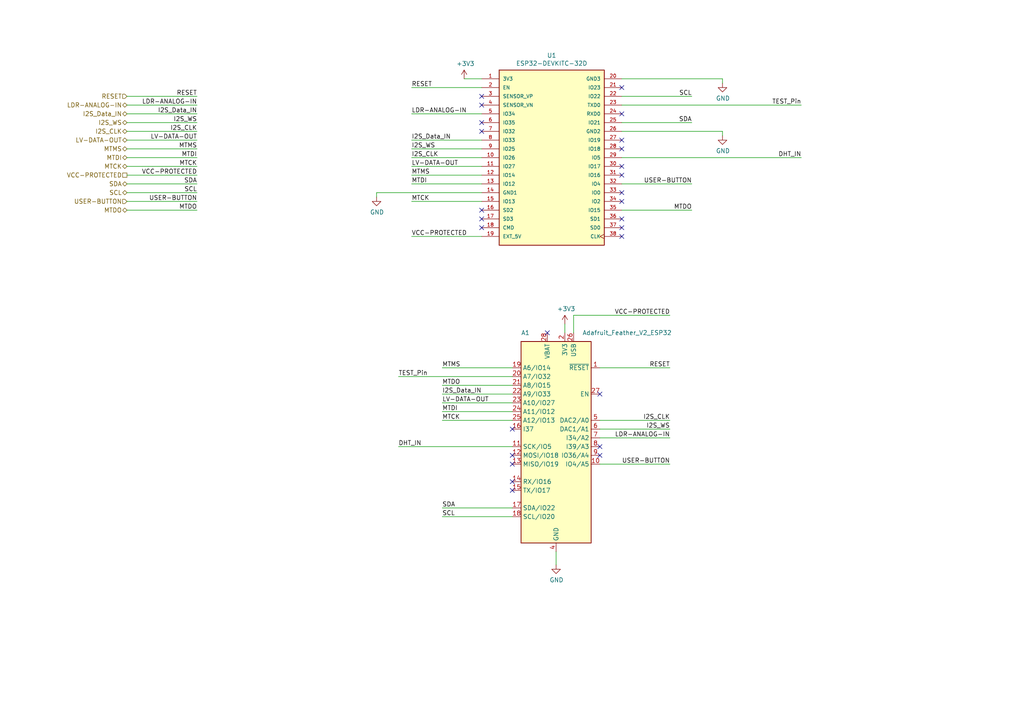
<source format=kicad_sch>
(kicad_sch (version 20211123) (generator eeschema)

  (uuid 92fc86c1-c938-4da6-b453-50182489c2ae)

  (paper "A4")

  (title_block
    (title "Pixelix")
    (date "2022-09-14")
    (rev "2.0")
    (comment 1 "Schneider, Niklas")
  )

  (lib_symbols
    (symbol "ESP32-DEVKITC-32D_new:ESP32-DEVKITC-32D" (pin_names (offset 1.016)) (in_bom yes) (on_board yes)
      (property "Reference" "U" (id 0) (at -15.2654 26.0604 0)
        (effects (font (size 1.27 1.27)) (justify left bottom))
      )
      (property "Value" "ESP32-DEVKITC-32D" (id 1) (at -15.2654 -27.9654 0)
        (effects (font (size 1.27 1.27)) (justify left bottom))
      )
      (property "Footprint" "MODULE_ESP32-DEVKITC-32D" (id 2) (at 0 0 0)
        (effects (font (size 1.27 1.27)) (justify left bottom) hide)
      )
      (property "Datasheet" "" (id 3) (at 0 0 0)
        (effects (font (size 1.27 1.27)) (justify left bottom) hide)
      )
      (property "MANUFACTURER" "Espressif Systems" (id 4) (at 0 0 0)
        (effects (font (size 1.27 1.27)) (justify left bottom) hide)
      )
      (property "PARTREV" "4" (id 5) (at 0 0 0)
        (effects (font (size 1.27 1.27)) (justify left bottom) hide)
      )
      (property "ki_locked" "" (id 6) (at 0 0 0)
        (effects (font (size 1.27 1.27)))
      )
      (symbol "ESP32-DEVKITC-32D_0_0"
        (rectangle (start -15.24 -25.4) (end 15.24 25.4)
          (stroke (width 0.254) (type default) (color 0 0 0 0))
          (fill (type background))
        )
        (pin power_in line (at -20.32 22.86 0) (length 5.08)
          (name "3V3" (effects (font (size 1.016 1.016))))
          (number "1" (effects (font (size 1.016 1.016))))
        )
        (pin bidirectional line (at -20.32 0 0) (length 5.08)
          (name "IO26" (effects (font (size 1.016 1.016))))
          (number "10" (effects (font (size 1.016 1.016))))
        )
        (pin bidirectional line (at -20.32 -2.54 0) (length 5.08)
          (name "IO27" (effects (font (size 1.016 1.016))))
          (number "11" (effects (font (size 1.016 1.016))))
        )
        (pin bidirectional line (at -20.32 -5.08 0) (length 5.08)
          (name "IO14" (effects (font (size 1.016 1.016))))
          (number "12" (effects (font (size 1.016 1.016))))
        )
        (pin bidirectional line (at -20.32 -7.62 0) (length 5.08)
          (name "IO12" (effects (font (size 1.016 1.016))))
          (number "13" (effects (font (size 1.016 1.016))))
        )
        (pin power_in line (at -20.32 -10.16 0) (length 5.08)
          (name "GND1" (effects (font (size 1.016 1.016))))
          (number "14" (effects (font (size 1.016 1.016))))
        )
        (pin bidirectional line (at -20.32 -12.7 0) (length 5.08)
          (name "IO13" (effects (font (size 1.016 1.016))))
          (number "15" (effects (font (size 1.016 1.016))))
        )
        (pin bidirectional line (at -20.32 -15.24 0) (length 5.08)
          (name "SD2" (effects (font (size 1.016 1.016))))
          (number "16" (effects (font (size 1.016 1.016))))
        )
        (pin bidirectional line (at -20.32 -17.78 0) (length 5.08)
          (name "SD3" (effects (font (size 1.016 1.016))))
          (number "17" (effects (font (size 1.016 1.016))))
        )
        (pin bidirectional line (at -20.32 -20.32 0) (length 5.08)
          (name "CMD" (effects (font (size 1.016 1.016))))
          (number "18" (effects (font (size 1.016 1.016))))
        )
        (pin power_in line (at -20.32 -22.86 0) (length 5.08)
          (name "EXT_5V" (effects (font (size 1.016 1.016))))
          (number "19" (effects (font (size 1.016 1.016))))
        )
        (pin input line (at -20.32 20.32 0) (length 5.08)
          (name "EN" (effects (font (size 1.016 1.016))))
          (number "2" (effects (font (size 1.016 1.016))))
        )
        (pin power_in line (at 20.32 22.86 180) (length 5.08)
          (name "GND3" (effects (font (size 1.016 1.016))))
          (number "20" (effects (font (size 1.016 1.016))))
        )
        (pin bidirectional line (at 20.32 20.32 180) (length 5.08)
          (name "IO23" (effects (font (size 1.016 1.016))))
          (number "21" (effects (font (size 1.016 1.016))))
        )
        (pin bidirectional line (at 20.32 17.78 180) (length 5.08)
          (name "IO22" (effects (font (size 1.016 1.016))))
          (number "22" (effects (font (size 1.016 1.016))))
        )
        (pin output line (at 20.32 15.24 180) (length 5.08)
          (name "TXD0" (effects (font (size 1.016 1.016))))
          (number "23" (effects (font (size 1.016 1.016))))
        )
        (pin input line (at 20.32 12.7 180) (length 5.08)
          (name "RXD0" (effects (font (size 1.016 1.016))))
          (number "24" (effects (font (size 1.016 1.016))))
        )
        (pin bidirectional line (at 20.32 10.16 180) (length 5.08)
          (name "IO21" (effects (font (size 1.016 1.016))))
          (number "25" (effects (font (size 1.016 1.016))))
        )
        (pin power_in line (at 20.32 7.62 180) (length 5.08)
          (name "GND2" (effects (font (size 1.016 1.016))))
          (number "26" (effects (font (size 1.016 1.016))))
        )
        (pin bidirectional line (at 20.32 5.08 180) (length 5.08)
          (name "IO19" (effects (font (size 1.016 1.016))))
          (number "27" (effects (font (size 1.016 1.016))))
        )
        (pin bidirectional line (at 20.32 2.54 180) (length 5.08)
          (name "IO18" (effects (font (size 1.016 1.016))))
          (number "28" (effects (font (size 1.016 1.016))))
        )
        (pin bidirectional line (at 20.32 0 180) (length 5.08)
          (name "IO5" (effects (font (size 1.016 1.016))))
          (number "29" (effects (font (size 1.016 1.016))))
        )
        (pin input line (at -20.32 17.78 0) (length 5.08)
          (name "SENSOR_VP" (effects (font (size 1.016 1.016))))
          (number "3" (effects (font (size 1.016 1.016))))
        )
        (pin bidirectional line (at 20.32 -2.54 180) (length 5.08)
          (name "IO17" (effects (font (size 1.016 1.016))))
          (number "30" (effects (font (size 1.016 1.016))))
        )
        (pin bidirectional line (at 20.32 -5.08 180) (length 5.08)
          (name "IO16" (effects (font (size 1.016 1.016))))
          (number "31" (effects (font (size 1.016 1.016))))
        )
        (pin bidirectional line (at 20.32 -7.62 180) (length 5.08)
          (name "IO4" (effects (font (size 1.016 1.016))))
          (number "32" (effects (font (size 1.016 1.016))))
        )
        (pin bidirectional line (at 20.32 -10.16 180) (length 5.08)
          (name "IO0" (effects (font (size 1.016 1.016))))
          (number "33" (effects (font (size 1.016 1.016))))
        )
        (pin bidirectional line (at 20.32 -12.7 180) (length 5.08)
          (name "IO2" (effects (font (size 1.016 1.016))))
          (number "34" (effects (font (size 1.016 1.016))))
        )
        (pin bidirectional line (at 20.32 -15.24 180) (length 5.08)
          (name "IO15" (effects (font (size 1.016 1.016))))
          (number "35" (effects (font (size 1.016 1.016))))
        )
        (pin bidirectional line (at 20.32 -17.78 180) (length 5.08)
          (name "SD1" (effects (font (size 1.016 1.016))))
          (number "36" (effects (font (size 1.016 1.016))))
        )
        (pin bidirectional line (at 20.32 -20.32 180) (length 5.08)
          (name "SD0" (effects (font (size 1.016 1.016))))
          (number "37" (effects (font (size 1.016 1.016))))
        )
        (pin input clock (at 20.32 -22.86 180) (length 5.08)
          (name "CLK" (effects (font (size 1.016 1.016))))
          (number "38" (effects (font (size 1.016 1.016))))
        )
        (pin input line (at -20.32 15.24 0) (length 5.08)
          (name "SENSOR_VN" (effects (font (size 1.016 1.016))))
          (number "4" (effects (font (size 1.016 1.016))))
        )
        (pin bidirectional line (at -20.32 12.7 0) (length 5.08)
          (name "IO34" (effects (font (size 1.016 1.016))))
          (number "5" (effects (font (size 1.016 1.016))))
        )
        (pin bidirectional line (at -20.32 10.16 0) (length 5.08)
          (name "IO35" (effects (font (size 1.016 1.016))))
          (number "6" (effects (font (size 1.016 1.016))))
        )
        (pin bidirectional line (at -20.32 7.62 0) (length 5.08)
          (name "IO32" (effects (font (size 1.016 1.016))))
          (number "7" (effects (font (size 1.016 1.016))))
        )
        (pin bidirectional line (at -20.32 5.08 0) (length 5.08)
          (name "IO33" (effects (font (size 1.016 1.016))))
          (number "8" (effects (font (size 1.016 1.016))))
        )
        (pin bidirectional line (at -20.32 2.54 0) (length 5.08)
          (name "IO25" (effects (font (size 1.016 1.016))))
          (number "9" (effects (font (size 1.016 1.016))))
        )
      )
    )
    (symbol "MCU_Module_Project:Adafruit_Feather_V2_ESP32" (in_bom yes) (on_board yes)
      (property "Reference" "A" (id 0) (at -10.16 29.21 0)
        (effects (font (size 1.27 1.27)) (justify left))
      )
      (property "Value" "Adafruit_Feather_V2_ESP32" (id 1) (at 7.62 29.21 0)
        (effects (font (size 1.27 1.27)) (justify left))
      )
      (property "Footprint" "Module:Adafruit_Feather" (id 2) (at 2.54 -34.29 0)
        (effects (font (size 1.27 1.27)) (justify left) hide)
      )
      (property "Datasheet" "https://cdn-learn.adafruit.com/downloads/pdf/adafruit-esp32-feather-v2.pdf" (id 3) (at 0 -30.48 0)
        (effects (font (size 1.27 1.27)) hide)
      )
      (property "ki_keywords" "Adafruit feather microcontroller module USB" (id 4) (at 0 0 0)
        (effects (font (size 1.27 1.27)) hide)
      )
      (property "ki_description" "Microcontroller module with ESP32 MCU" (id 5) (at 0 0 0)
        (effects (font (size 1.27 1.27)) hide)
      )
      (property "ki_fp_filters" "Adafruit*Feather*" (id 6) (at 0 0 0)
        (effects (font (size 1.27 1.27)) hide)
      )
      (symbol "Adafruit_Feather_V2_ESP32_0_1"
        (rectangle (start -10.16 27.94) (end 10.16 -30.48)
          (stroke (width 0.254) (type default) (color 0 0 0 0))
          (fill (type background))
        )
      )
      (symbol "Adafruit_Feather_V2_ESP32_1_1"
        (pin input line (at 12.7 20.32 180) (length 2.54)
          (name "~{RESET}" (effects (font (size 1.27 1.27))))
          (number "1" (effects (font (size 1.27 1.27))))
        )
        (pin bidirectional line (at 12.7 -7.62 180) (length 2.54)
          (name "IO4/A5" (effects (font (size 1.27 1.27))))
          (number "10" (effects (font (size 1.27 1.27))))
        )
        (pin bidirectional line (at -12.7 -2.54 0) (length 2.54)
          (name "SCK/IO5" (effects (font (size 1.27 1.27))))
          (number "11" (effects (font (size 1.27 1.27))))
        )
        (pin bidirectional line (at -12.7 -5.08 0) (length 2.54)
          (name "MOSI/IO18" (effects (font (size 1.27 1.27))))
          (number "12" (effects (font (size 1.27 1.27))))
        )
        (pin bidirectional line (at -12.7 -7.62 0) (length 2.54)
          (name "MISO/IO19" (effects (font (size 1.27 1.27))))
          (number "13" (effects (font (size 1.27 1.27))))
        )
        (pin bidirectional line (at -12.7 -12.7 0) (length 2.54)
          (name "RX/IO16" (effects (font (size 1.27 1.27))))
          (number "14" (effects (font (size 1.27 1.27))))
        )
        (pin bidirectional line (at -12.7 -15.24 0) (length 2.54)
          (name "TX/IO17" (effects (font (size 1.27 1.27))))
          (number "15" (effects (font (size 1.27 1.27))))
        )
        (pin bidirectional line (at -12.7 2.54 0) (length 2.54)
          (name "I37" (effects (font (size 1.27 1.27))))
          (number "16" (effects (font (size 1.27 1.27))))
        )
        (pin bidirectional line (at -12.7 -20.32 0) (length 2.54)
          (name "SDA/IO22" (effects (font (size 1.27 1.27))))
          (number "17" (effects (font (size 1.27 1.27))))
        )
        (pin bidirectional line (at -12.7 -22.86 0) (length 2.54)
          (name "SCL/IO20" (effects (font (size 1.27 1.27))))
          (number "18" (effects (font (size 1.27 1.27))))
        )
        (pin bidirectional line (at -12.7 20.32 0) (length 2.54)
          (name "A6/IO14" (effects (font (size 1.27 1.27))))
          (number "19" (effects (font (size 1.27 1.27))))
        )
        (pin power_in line (at 2.54 30.48 270) (length 2.54)
          (name "3V3" (effects (font (size 1.27 1.27))))
          (number "2" (effects (font (size 1.27 1.27))))
        )
        (pin bidirectional line (at -12.7 17.78 0) (length 2.54)
          (name "A7/IO32" (effects (font (size 1.27 1.27))))
          (number "20" (effects (font (size 1.27 1.27))))
        )
        (pin bidirectional line (at -12.7 15.24 0) (length 2.54)
          (name "A8/IO15" (effects (font (size 1.27 1.27))))
          (number "21" (effects (font (size 1.27 1.27))))
        )
        (pin bidirectional line (at -12.7 12.7 0) (length 2.54)
          (name "A9/IO33" (effects (font (size 1.27 1.27))))
          (number "22" (effects (font (size 1.27 1.27))))
        )
        (pin bidirectional line (at -12.7 10.16 0) (length 2.54)
          (name "A10/IO27" (effects (font (size 1.27 1.27))))
          (number "23" (effects (font (size 1.27 1.27))))
        )
        (pin bidirectional line (at -12.7 7.62 0) (length 2.54)
          (name "A11/IO12" (effects (font (size 1.27 1.27))))
          (number "24" (effects (font (size 1.27 1.27))))
        )
        (pin bidirectional line (at -12.7 5.08 0) (length 2.54)
          (name "A12/IO13" (effects (font (size 1.27 1.27))))
          (number "25" (effects (font (size 1.27 1.27))))
        )
        (pin power_in line (at 5.08 30.48 270) (length 2.54)
          (name "USB" (effects (font (size 1.27 1.27))))
          (number "26" (effects (font (size 1.27 1.27))))
        )
        (pin input line (at 12.7 12.7 180) (length 2.54)
          (name "EN" (effects (font (size 1.27 1.27))))
          (number "27" (effects (font (size 1.27 1.27))))
        )
        (pin power_in line (at -2.54 30.48 270) (length 2.54)
          (name "VBAT" (effects (font (size 1.27 1.27))))
          (number "28" (effects (font (size 1.27 1.27))))
        )
        (pin no_connect line (at 10.16 10.16 180) (length 2.54) hide
          (name "NC" (effects (font (size 1.27 1.27))))
          (number "3" (effects (font (size 1.27 1.27))))
        )
        (pin power_in line (at 0 -33.02 90) (length 2.54)
          (name "GND" (effects (font (size 1.27 1.27))))
          (number "4" (effects (font (size 1.27 1.27))))
        )
        (pin bidirectional line (at 12.7 5.08 180) (length 2.54)
          (name "DAC2/A0" (effects (font (size 1.27 1.27))))
          (number "5" (effects (font (size 1.27 1.27))))
        )
        (pin bidirectional line (at 12.7 2.54 180) (length 2.54)
          (name "DAC1/A1" (effects (font (size 1.27 1.27))))
          (number "6" (effects (font (size 1.27 1.27))))
        )
        (pin bidirectional line (at 12.7 0 180) (length 2.54)
          (name "I34/A2" (effects (font (size 1.27 1.27))))
          (number "7" (effects (font (size 1.27 1.27))))
        )
        (pin bidirectional line (at 12.7 -2.54 180) (length 2.54)
          (name "I39/A3" (effects (font (size 1.27 1.27))))
          (number "8" (effects (font (size 1.27 1.27))))
        )
        (pin bidirectional line (at 12.7 -5.08 180) (length 2.54)
          (name "IO36/A4" (effects (font (size 1.27 1.27))))
          (number "9" (effects (font (size 1.27 1.27))))
        )
      )
    )
    (symbol "power:+3V3" (power) (pin_names (offset 0)) (in_bom yes) (on_board yes)
      (property "Reference" "#PWR" (id 0) (at 0 -3.81 0)
        (effects (font (size 1.27 1.27)) hide)
      )
      (property "Value" "+3V3" (id 1) (at 0 3.556 0)
        (effects (font (size 1.27 1.27)))
      )
      (property "Footprint" "" (id 2) (at 0 0 0)
        (effects (font (size 1.27 1.27)) hide)
      )
      (property "Datasheet" "" (id 3) (at 0 0 0)
        (effects (font (size 1.27 1.27)) hide)
      )
      (property "ki_keywords" "power-flag" (id 4) (at 0 0 0)
        (effects (font (size 1.27 1.27)) hide)
      )
      (property "ki_description" "Power symbol creates a global label with name \"+3V3\"" (id 5) (at 0 0 0)
        (effects (font (size 1.27 1.27)) hide)
      )
      (symbol "+3V3_0_1"
        (polyline
          (pts
            (xy -0.762 1.27)
            (xy 0 2.54)
          )
          (stroke (width 0) (type default) (color 0 0 0 0))
          (fill (type none))
        )
        (polyline
          (pts
            (xy 0 0)
            (xy 0 2.54)
          )
          (stroke (width 0) (type default) (color 0 0 0 0))
          (fill (type none))
        )
        (polyline
          (pts
            (xy 0 2.54)
            (xy 0.762 1.27)
          )
          (stroke (width 0) (type default) (color 0 0 0 0))
          (fill (type none))
        )
      )
      (symbol "+3V3_1_1"
        (pin power_in line (at 0 0 90) (length 0) hide
          (name "+3V3" (effects (font (size 1.27 1.27))))
          (number "1" (effects (font (size 1.27 1.27))))
        )
      )
    )
    (symbol "power:GND" (power) (pin_names (offset 0)) (in_bom yes) (on_board yes)
      (property "Reference" "#PWR" (id 0) (at 0 -6.35 0)
        (effects (font (size 1.27 1.27)) hide)
      )
      (property "Value" "GND" (id 1) (at 0 -3.81 0)
        (effects (font (size 1.27 1.27)))
      )
      (property "Footprint" "" (id 2) (at 0 0 0)
        (effects (font (size 1.27 1.27)) hide)
      )
      (property "Datasheet" "" (id 3) (at 0 0 0)
        (effects (font (size 1.27 1.27)) hide)
      )
      (property "ki_keywords" "power-flag" (id 4) (at 0 0 0)
        (effects (font (size 1.27 1.27)) hide)
      )
      (property "ki_description" "Power symbol creates a global label with name \"GND\" , ground" (id 5) (at 0 0 0)
        (effects (font (size 1.27 1.27)) hide)
      )
      (symbol "GND_0_1"
        (polyline
          (pts
            (xy 0 0)
            (xy 0 -1.27)
            (xy 1.27 -1.27)
            (xy 0 -2.54)
            (xy -1.27 -1.27)
            (xy 0 -1.27)
          )
          (stroke (width 0) (type default) (color 0 0 0 0))
          (fill (type none))
        )
      )
      (symbol "GND_1_1"
        (pin power_in line (at 0 0 270) (length 0) hide
          (name "GND" (effects (font (size 1.27 1.27))))
          (number "1" (effects (font (size 1.27 1.27))))
        )
      )
    )
  )


  (no_connect (at 180.34 33.02) (uuid 04ca1e89-7c5d-4408-912f-8dfa11c34742))
  (no_connect (at 139.7 66.04) (uuid 14cc674a-e71f-42c1-8996-e3d1c10b4388))
  (no_connect (at 148.59 132.08) (uuid 1c2bb362-c5d1-47b4-ba3a-18061cedd258))
  (no_connect (at 173.99 114.3) (uuid 1ceccdfe-725a-461d-936b-211534a84e06))
  (no_connect (at 180.34 50.8) (uuid 2b70e678-7806-4679-9ac4-c564289379f8))
  (no_connect (at 180.34 63.5) (uuid 2d03b6c5-0e7a-4331-a324-5aa9af74055a))
  (no_connect (at 148.59 139.7) (uuid 3724e910-4ee5-4a07-aea9-c8dd86ec4314))
  (no_connect (at 180.34 58.42) (uuid 387658b2-a7a4-411c-9b77-fe33279dadb2))
  (no_connect (at 139.7 30.48) (uuid 3bd45bf6-1ffb-446b-938b-00d101972b73))
  (no_connect (at 180.34 66.04) (uuid 3c67a3db-995c-4d43-aa47-dc779df5b4ac))
  (no_connect (at 173.99 129.54) (uuid 40e95ff3-f410-4bd7-ba28-7bf9188a12e4))
  (no_connect (at 173.99 132.08) (uuid 40e95ff3-f410-4bd7-ba28-7bf9188a12e5))
  (no_connect (at 180.34 55.88) (uuid 43c94fa6-e915-42b8-bff8-577e3d0a7174))
  (no_connect (at 139.7 60.96) (uuid 50f47e45-6bd5-44e1-b720-905518236788))
  (no_connect (at 139.7 63.5) (uuid 6474abbe-723e-4810-bc21-f071cdf93c1d))
  (no_connect (at 139.7 27.94) (uuid 6f86e8ea-6883-48f2-a6b4-6bcccc653b3d))
  (no_connect (at 139.7 35.56) (uuid 8c22cddb-eeff-4baa-b944-0ddfca607719))
  (no_connect (at 180.34 48.26) (uuid 9ca25690-4a5c-4133-8f73-fb791ffc6c73))
  (no_connect (at 148.59 124.46) (uuid 9d948440-30be-4aac-81f9-a891c5254093))
  (no_connect (at 148.59 134.62) (uuid b7200f00-7440-4b1f-a87b-38fe39dae948))
  (no_connect (at 148.59 142.24) (uuid c0822ada-510a-48b9-9b39-1595bec03442))
  (no_connect (at 180.34 43.18) (uuid cd9b81a2-b79a-4244-9ac0-c62e254036a3))
  (no_connect (at 139.7 38.1) (uuid d29f5640-8cc0-4562-ad08-b8058402a8c8))
  (no_connect (at 158.75 96.52) (uuid d9734f12-1363-451c-b51b-d044389d1332))
  (no_connect (at 180.34 68.58) (uuid da997e41-bfb2-45c4-8d70-84c56750ade2))
  (no_connect (at 180.34 40.64) (uuid e15e244f-337b-4568-afba-cb48208e8855))
  (no_connect (at 180.34 25.4) (uuid f9032590-fd04-446e-ab06-2a94c8103de7))

  (wire (pts (xy 57.15 60.96) (xy 36.83 60.96))
    (stroke (width 0) (type default) (color 0 0 0 0))
    (uuid 1285a37f-41b7-46ca-80f7-915e77e0e01f)
  )
  (wire (pts (xy 128.27 121.92) (xy 148.59 121.92))
    (stroke (width 0) (type default) (color 0 0 0 0))
    (uuid 14604585-0846-4992-9ac2-19f9894160e8)
  )
  (wire (pts (xy 139.7 58.42) (xy 119.38 58.42))
    (stroke (width 0) (type default) (color 0 0 0 0))
    (uuid 159d10ae-3d84-4d21-a312-e42d84463192)
  )
  (wire (pts (xy 200.66 35.56) (xy 180.34 35.56))
    (stroke (width 0) (type default) (color 0 0 0 0))
    (uuid 1993bbe8-e6b2-440f-9001-e94fa0a7805a)
  )
  (wire (pts (xy 57.15 55.88) (xy 36.83 55.88))
    (stroke (width 0) (type default) (color 0 0 0 0))
    (uuid 1b758806-ee8a-4331-9306-b4ad85001704)
  )
  (wire (pts (xy 148.59 114.3) (xy 128.27 114.3))
    (stroke (width 0) (type default) (color 0 0 0 0))
    (uuid 1c648539-eae2-4180-8763-c4fb1ccee44c)
  )
  (wire (pts (xy 166.37 91.44) (xy 166.37 96.52))
    (stroke (width 0) (type default) (color 0 0 0 0))
    (uuid 25ec060d-1055-47ee-8353-248e0a0bf110)
  )
  (wire (pts (xy 128.27 119.38) (xy 148.59 119.38))
    (stroke (width 0) (type default) (color 0 0 0 0))
    (uuid 2958d1c2-5e95-40c2-a135-143db5d0f837)
  )
  (wire (pts (xy 139.7 50.8) (xy 119.38 50.8))
    (stroke (width 0) (type default) (color 0 0 0 0))
    (uuid 2c1768f4-d5af-4b67-9275-3ef489ddd821)
  )
  (wire (pts (xy 57.15 45.72) (xy 36.83 45.72))
    (stroke (width 0) (type default) (color 0 0 0 0))
    (uuid 2e074083-07c5-46ae-90c0-d513c17047b7)
  )
  (wire (pts (xy 57.15 58.42) (xy 36.83 58.42))
    (stroke (width 0) (type default) (color 0 0 0 0))
    (uuid 3456194f-745c-4a39-a0fd-fb7c42121b52)
  )
  (wire (pts (xy 139.7 25.4) (xy 119.38 25.4))
    (stroke (width 0) (type default) (color 0 0 0 0))
    (uuid 376a20bc-00e4-4fec-a45a-3010ad460297)
  )
  (wire (pts (xy 57.15 30.48) (xy 36.83 30.48))
    (stroke (width 0) (type default) (color 0 0 0 0))
    (uuid 38834d9d-fa89-43c9-969d-cd7045771d53)
  )
  (wire (pts (xy 57.15 50.8) (xy 36.83 50.8))
    (stroke (width 0) (type default) (color 0 0 0 0))
    (uuid 3a1184de-39da-456d-a308-e8574cd2fa59)
  )
  (wire (pts (xy 209.55 24.13) (xy 209.55 22.86))
    (stroke (width 0) (type default) (color 0 0 0 0))
    (uuid 3b3cfa17-d6ac-46c1-b6c1-6a4067b2d1f3)
  )
  (wire (pts (xy 166.37 91.44) (xy 194.31 91.44))
    (stroke (width 0) (type default) (color 0 0 0 0))
    (uuid 3f248ae9-d532-4f39-8cf4-002736534383)
  )
  (wire (pts (xy 139.7 43.18) (xy 119.38 43.18))
    (stroke (width 0) (type default) (color 0 0 0 0))
    (uuid 496b2836-ffb3-4594-b2fd-a051b962befe)
  )
  (wire (pts (xy 200.66 53.34) (xy 180.34 53.34))
    (stroke (width 0) (type default) (color 0 0 0 0))
    (uuid 4a75fde4-ea80-4838-b6b2-42d27d0eb1fc)
  )
  (wire (pts (xy 139.7 33.02) (xy 119.38 33.02))
    (stroke (width 0) (type default) (color 0 0 0 0))
    (uuid 50ba84ce-707f-4cdc-9745-a631931dad61)
  )
  (wire (pts (xy 57.15 43.18) (xy 36.83 43.18))
    (stroke (width 0) (type default) (color 0 0 0 0))
    (uuid 552ee70e-ad86-4afe-a532-e91f5d0b55de)
  )
  (wire (pts (xy 57.15 35.56) (xy 36.83 35.56))
    (stroke (width 0) (type default) (color 0 0 0 0))
    (uuid 557139ee-5b6f-4998-8667-ec3025aefd8d)
  )
  (wire (pts (xy 128.27 147.32) (xy 148.59 147.32))
    (stroke (width 0) (type default) (color 0 0 0 0))
    (uuid 61e04839-2c24-4920-815d-03e7e4e62782)
  )
  (wire (pts (xy 128.27 111.76) (xy 148.59 111.76))
    (stroke (width 0) (type default) (color 0 0 0 0))
    (uuid 6215e4fb-5af7-4a33-8752-287806ed6fbb)
  )
  (wire (pts (xy 194.31 134.62) (xy 173.99 134.62))
    (stroke (width 0) (type default) (color 0 0 0 0))
    (uuid 64f00d1b-b00d-4de5-b9c9-61f47a6fb993)
  )
  (wire (pts (xy 109.22 57.15) (xy 109.22 55.88))
    (stroke (width 0) (type default) (color 0 0 0 0))
    (uuid 68408cb1-0f6c-4978-b94b-063167f9ba38)
  )
  (wire (pts (xy 209.55 39.37) (xy 209.55 38.1))
    (stroke (width 0) (type default) (color 0 0 0 0))
    (uuid 6afa334a-43af-403e-83f1-437719566348)
  )
  (wire (pts (xy 57.15 48.26) (xy 36.83 48.26))
    (stroke (width 0) (type default) (color 0 0 0 0))
    (uuid 6bca6c63-3599-4fe7-8cca-d982212e6e6a)
  )
  (wire (pts (xy 57.15 27.94) (xy 36.83 27.94))
    (stroke (width 0) (type default) (color 0 0 0 0))
    (uuid 7b5d607a-8ea2-40fb-97d3-ce884528a17b)
  )
  (wire (pts (xy 139.7 45.72) (xy 119.38 45.72))
    (stroke (width 0) (type default) (color 0 0 0 0))
    (uuid 7d2d2409-72ad-4218-8aff-e75d4979c533)
  )
  (wire (pts (xy 163.83 93.98) (xy 163.83 96.52))
    (stroke (width 0) (type default) (color 0 0 0 0))
    (uuid 85f58bf0-def5-4da6-9f63-7fb8ce59cf9d)
  )
  (wire (pts (xy 209.55 38.1) (xy 180.34 38.1))
    (stroke (width 0) (type default) (color 0 0 0 0))
    (uuid 87b43059-ffcf-4275-ac5c-182bd00c2660)
  )
  (wire (pts (xy 134.62 22.86) (xy 139.7 22.86))
    (stroke (width 0) (type default) (color 0 0 0 0))
    (uuid 8fcdd999-0d57-463c-8c09-fd6c8c01e6a9)
  )
  (wire (pts (xy 57.15 38.1) (xy 36.83 38.1))
    (stroke (width 0) (type default) (color 0 0 0 0))
    (uuid 94748657-3a6d-4d2b-84dc-1ade6e2ee586)
  )
  (wire (pts (xy 200.66 60.96) (xy 180.34 60.96))
    (stroke (width 0) (type default) (color 0 0 0 0))
    (uuid 94d98ebe-8494-43fa-8800-4b50d924de38)
  )
  (wire (pts (xy 194.31 121.92) (xy 173.99 121.92))
    (stroke (width 0) (type default) (color 0 0 0 0))
    (uuid 96d0f640-0ab1-43ba-af35-8b986b6469ee)
  )
  (wire (pts (xy 128.27 116.84) (xy 148.59 116.84))
    (stroke (width 0) (type default) (color 0 0 0 0))
    (uuid 96e9793c-5ac7-491b-b9fe-ea1c92f3290a)
  )
  (wire (pts (xy 139.7 48.26) (xy 119.38 48.26))
    (stroke (width 0) (type default) (color 0 0 0 0))
    (uuid 9c9f6838-623e-4c93-b412-d60b358aa194)
  )
  (wire (pts (xy 57.15 40.64) (xy 36.83 40.64))
    (stroke (width 0) (type default) (color 0 0 0 0))
    (uuid 9fe36b4b-7f4c-4096-a3f5-750f30290ab6)
  )
  (wire (pts (xy 109.22 55.88) (xy 139.7 55.88))
    (stroke (width 0) (type default) (color 0 0 0 0))
    (uuid a509efe6-fedc-4b61-9780-7d51f422aede)
  )
  (wire (pts (xy 139.7 40.64) (xy 119.38 40.64))
    (stroke (width 0) (type default) (color 0 0 0 0))
    (uuid b17d6ac8-4686-4a66-a8c8-e3b26724d477)
  )
  (wire (pts (xy 173.99 127) (xy 194.31 127))
    (stroke (width 0) (type default) (color 0 0 0 0))
    (uuid b4b7d9ca-7f3a-4f02-8aac-807d78f60254)
  )
  (wire (pts (xy 128.27 106.68) (xy 148.59 106.68))
    (stroke (width 0) (type default) (color 0 0 0 0))
    (uuid ce0b3f9d-a1a2-4662-af20-eca8d109cba3)
  )
  (wire (pts (xy 115.57 129.54) (xy 148.59 129.54))
    (stroke (width 0) (type default) (color 0 0 0 0))
    (uuid d09f894e-661b-46bd-a667-d59fe34ec694)
  )
  (wire (pts (xy 115.57 109.22) (xy 148.59 109.22))
    (stroke (width 0) (type default) (color 0 0 0 0))
    (uuid d0e052e1-c314-48ef-9fd3-dca09ba9c66a)
  )
  (wire (pts (xy 209.55 22.86) (xy 180.34 22.86))
    (stroke (width 0) (type default) (color 0 0 0 0))
    (uuid d12b702f-5b15-4f7d-b37f-8091f914b4ba)
  )
  (wire (pts (xy 139.7 53.34) (xy 119.38 53.34))
    (stroke (width 0) (type default) (color 0 0 0 0))
    (uuid d274ee6b-0d8a-42f0-8448-0feb0df375dd)
  )
  (wire (pts (xy 161.29 160.02) (xy 161.29 163.83))
    (stroke (width 0) (type default) (color 0 0 0 0))
    (uuid d3eab2a2-2ab8-433f-a410-338e14a37679)
  )
  (wire (pts (xy 57.15 53.34) (xy 36.83 53.34))
    (stroke (width 0) (type default) (color 0 0 0 0))
    (uuid d76d6a81-14ca-478a-9546-0a9ddfefd643)
  )
  (wire (pts (xy 194.31 106.68) (xy 173.99 106.68))
    (stroke (width 0) (type default) (color 0 0 0 0))
    (uuid d827e854-da27-4f25-b3ff-064cfa683378)
  )
  (wire (pts (xy 180.34 45.72) (xy 232.41 45.72))
    (stroke (width 0) (type default) (color 0 0 0 0))
    (uuid dccdefcd-2716-45ec-92fd-313b3b7a577e)
  )
  (wire (pts (xy 194.31 124.46) (xy 173.99 124.46))
    (stroke (width 0) (type default) (color 0 0 0 0))
    (uuid dfae87f1-5fd9-42df-a846-913525c78fd3)
  )
  (wire (pts (xy 232.41 30.48) (xy 180.34 30.48))
    (stroke (width 0) (type default) (color 0 0 0 0))
    (uuid e66cf7b4-e4d5-42a9-a19d-bcfaf331fe0f)
  )
  (wire (pts (xy 200.66 27.94) (xy 180.34 27.94))
    (stroke (width 0) (type default) (color 0 0 0 0))
    (uuid eb19241e-6cbd-401a-8a2c-ff6fad9e7312)
  )
  (wire (pts (xy 57.15 33.02) (xy 36.83 33.02))
    (stroke (width 0) (type default) (color 0 0 0 0))
    (uuid edf70542-eed2-4f36-a964-011c2cf5c969)
  )
  (wire (pts (xy 139.7 68.58) (xy 119.38 68.58))
    (stroke (width 0) (type default) (color 0 0 0 0))
    (uuid ee66e083-192c-4531-9aca-1042203c45d4)
  )
  (wire (pts (xy 128.27 149.86) (xy 148.59 149.86))
    (stroke (width 0) (type default) (color 0 0 0 0))
    (uuid f331446d-1c55-4033-aaba-8fbff200de51)
  )

  (label "MTMS" (at 119.38 50.8 0)
    (effects (font (size 1.27 1.27)) (justify left bottom))
    (uuid 0465767d-150e-4b66-9613-0a233021109c)
  )
  (label "I2S_CLK" (at 194.31 121.92 180)
    (effects (font (size 1.27 1.27)) (justify right bottom))
    (uuid 060fae67-b9cc-441c-937b-a9a3c590b351)
  )
  (label "MTCK" (at 128.27 121.92 0)
    (effects (font (size 1.27 1.27)) (justify left bottom))
    (uuid 0645fbe1-ed6b-4a78-a160-c9b13571f1a1)
  )
  (label "TEST_Pin" (at 115.57 109.22 0)
    (effects (font (size 1.27 1.27)) (justify left bottom))
    (uuid 0c5ace43-6ef1-4995-953b-aa93d7301d66)
  )
  (label "LDR-ANALOG-IN" (at 57.15 30.48 180)
    (effects (font (size 1.27 1.27)) (justify right bottom))
    (uuid 0e2ed4a3-c1d2-4459-b2a9-e54217e2be7d)
  )
  (label "DHT_IN" (at 232.41 45.72 180)
    (effects (font (size 1.27 1.27)) (justify right bottom))
    (uuid 1390fdcb-61c1-419b-bbc1-af593e735d7e)
  )
  (label "SDA" (at 128.27 147.32 0)
    (effects (font (size 1.27 1.27)) (justify left bottom))
    (uuid 1809a0c5-f820-4670-9fa5-541e76dca861)
  )
  (label "RESET" (at 194.31 106.68 180)
    (effects (font (size 1.27 1.27)) (justify right bottom))
    (uuid 19717edf-270f-4bbf-ba8d-eceedce59647)
  )
  (label "I2S_Data_IN" (at 57.15 33.02 180)
    (effects (font (size 1.27 1.27)) (justify right bottom))
    (uuid 1e314b3c-0aac-4648-9bac-8edbbf16ca35)
  )
  (label "TEST_Pin" (at 232.41 30.48 180)
    (effects (font (size 1.27 1.27)) (justify right bottom))
    (uuid 1f75b1d4-2367-4967-85ab-a66ff2a3f3d0)
  )
  (label "MTCK" (at 119.38 58.42 0)
    (effects (font (size 1.27 1.27)) (justify left bottom))
    (uuid 297e7e34-369d-4b1e-9103-a81d128aebc2)
  )
  (label "I2S_Data_IN" (at 128.27 114.3 0)
    (effects (font (size 1.27 1.27)) (justify left bottom))
    (uuid 2a48aa64-4351-45ae-aa07-9c33fc233226)
  )
  (label "MTMS" (at 128.27 106.68 0)
    (effects (font (size 1.27 1.27)) (justify left bottom))
    (uuid 387c8e5e-5abe-4822-924a-23c438ff131a)
  )
  (label "I2S_CLK" (at 57.15 38.1 180)
    (effects (font (size 1.27 1.27)) (justify right bottom))
    (uuid 39dc8803-c497-4727-85fc-f85a70e80606)
  )
  (label "RESET" (at 119.38 25.4 0)
    (effects (font (size 1.27 1.27)) (justify left bottom))
    (uuid 3a9ec6f5-42c9-460b-a3c4-658a3b198791)
  )
  (label "MTDO" (at 57.15 60.96 180)
    (effects (font (size 1.27 1.27)) (justify right bottom))
    (uuid 3e0d5127-db3e-4821-94e1-ba8f97b66cff)
  )
  (label "MTDO" (at 200.66 60.96 180)
    (effects (font (size 1.27 1.27)) (justify right bottom))
    (uuid 505301f9-1143-4888-9334-3253b0038db2)
  )
  (label "I2S_CLK" (at 119.38 45.72 0)
    (effects (font (size 1.27 1.27)) (justify left bottom))
    (uuid 555426f4-f454-4109-984c-f2ffd16d7960)
  )
  (label "LDR-ANALOG-IN" (at 194.31 127 180)
    (effects (font (size 1.27 1.27)) (justify right bottom))
    (uuid 607b5489-87ee-4e13-aa70-8562a43ba15d)
  )
  (label "SDA" (at 200.66 35.56 180)
    (effects (font (size 1.27 1.27)) (justify right bottom))
    (uuid 672ee9a9-7ce6-4ed0-9c0b-a8e763e92c94)
  )
  (label "I2S_Data_IN" (at 119.38 40.64 0)
    (effects (font (size 1.27 1.27)) (justify left bottom))
    (uuid 700d0969-72d8-4906-84b8-a51b4dde7510)
  )
  (label "MTDI" (at 119.38 53.34 0)
    (effects (font (size 1.27 1.27)) (justify left bottom))
    (uuid 7a6630c0-62ed-413c-8fc3-06e81f6c1142)
  )
  (label "LV-DATA-OUT" (at 119.38 48.26 0)
    (effects (font (size 1.27 1.27)) (justify left bottom))
    (uuid 7a8e9cfc-d025-4700-9542-a935d1e1349a)
  )
  (label "MTDI" (at 128.27 119.38 0)
    (effects (font (size 1.27 1.27)) (justify left bottom))
    (uuid 7de9cc73-df06-401e-8b9b-35efcfc68334)
  )
  (label "USER-BUTTON" (at 57.15 58.42 180)
    (effects (font (size 1.27 1.27)) (justify right bottom))
    (uuid 8087a4f2-7c34-4330-8e6f-fc7362d381cc)
  )
  (label "SDA" (at 57.15 53.34 180)
    (effects (font (size 1.27 1.27)) (justify right bottom))
    (uuid 928d6c0b-d0de-49f6-9749-2bf0a1d69933)
  )
  (label "VCC-PROTECTED" (at 194.31 91.44 180)
    (effects (font (size 1.27 1.27)) (justify right bottom))
    (uuid 978533c2-c5a5-4ceb-87aa-35cfca833ac9)
  )
  (label "MTMS" (at 57.15 43.18 180)
    (effects (font (size 1.27 1.27)) (justify right bottom))
    (uuid 993a2e26-7dcb-441c-a320-517473212cf3)
  )
  (label "VCC-PROTECTED" (at 119.38 68.58 0)
    (effects (font (size 1.27 1.27)) (justify left bottom))
    (uuid a115fc9a-6fb4-4a73-91f7-2b54409f6cde)
  )
  (label "MTDO" (at 128.27 111.76 0)
    (effects (font (size 1.27 1.27)) (justify left bottom))
    (uuid acaa12eb-4426-407c-9d9c-57326e909103)
  )
  (label "USER-BUTTON" (at 200.66 53.34 180)
    (effects (font (size 1.27 1.27)) (justify right bottom))
    (uuid b3f59e9b-42bb-43bc-b4ac-077e6080b1fd)
  )
  (label "I2S_WS" (at 194.31 124.46 180)
    (effects (font (size 1.27 1.27)) (justify right bottom))
    (uuid c1ac7c1e-e4ed-4afa-9e94-4e335b1975ee)
  )
  (label "MTDI" (at 57.15 45.72 180)
    (effects (font (size 1.27 1.27)) (justify right bottom))
    (uuid c3914bd8-a200-4bae-910e-a299a5fabc64)
  )
  (label "I2S_WS" (at 57.15 35.56 180)
    (effects (font (size 1.27 1.27)) (justify right bottom))
    (uuid c66c5030-4528-4540-9bb8-412470580473)
  )
  (label "LV-DATA-OUT" (at 57.15 40.64 180)
    (effects (font (size 1.27 1.27)) (justify right bottom))
    (uuid c795db49-73ea-4c13-8bce-7fa792b11476)
  )
  (label "SCL" (at 200.66 27.94 180)
    (effects (font (size 1.27 1.27)) (justify right bottom))
    (uuid c9d2d6f3-f664-43fc-be24-b6af81f26374)
  )
  (label "SCL" (at 128.27 149.86 0)
    (effects (font (size 1.27 1.27)) (justify left bottom))
    (uuid ce923fb0-93d6-48f0-a3da-3c5a1b280269)
  )
  (label "DHT_IN" (at 115.57 129.54 0)
    (effects (font (size 1.27 1.27)) (justify left bottom))
    (uuid d1c23135-0953-4177-b741-376049a2f0a8)
  )
  (label "LDR-ANALOG-IN" (at 119.38 33.02 0)
    (effects (font (size 1.27 1.27)) (justify left bottom))
    (uuid d59af310-5adb-4481-a638-bfce847fe58d)
  )
  (label "VCC-PROTECTED" (at 57.15 50.8 180)
    (effects (font (size 1.27 1.27)) (justify right bottom))
    (uuid d7d17a9d-b554-4f08-859c-c565d22eea36)
  )
  (label "MTCK" (at 57.15 48.26 180)
    (effects (font (size 1.27 1.27)) (justify right bottom))
    (uuid deb5ff00-2452-410d-9a92-ec8cac430f84)
  )
  (label "SCL" (at 57.15 55.88 180)
    (effects (font (size 1.27 1.27)) (justify right bottom))
    (uuid e23d691d-bb7c-4932-9f19-06dbd3eed963)
  )
  (label "I2S_WS" (at 119.38 43.18 0)
    (effects (font (size 1.27 1.27)) (justify left bottom))
    (uuid e535a70c-5bb6-404a-952e-b61d14b4a727)
  )
  (label "RESET" (at 57.15 27.94 180)
    (effects (font (size 1.27 1.27)) (justify right bottom))
    (uuid e780091c-31a5-41b5-8570-a28d94957a18)
  )
  (label "LV-DATA-OUT" (at 128.27 116.84 0)
    (effects (font (size 1.27 1.27)) (justify left bottom))
    (uuid ec90750a-9c20-4119-b885-4bb6adf070ea)
  )
  (label "USER-BUTTON" (at 194.31 134.62 180)
    (effects (font (size 1.27 1.27)) (justify right bottom))
    (uuid fb435013-bec5-46e0-bae8-09e53721f3f2)
  )

  (hierarchical_label "RESET" (shape input) (at 36.83 27.94 180)
    (effects (font (size 1.27 1.27)) (justify right))
    (uuid 1006bd9b-8b47-451b-99a2-8e4897c859ec)
  )
  (hierarchical_label "I2S_CLK" (shape bidirectional) (at 36.83 38.1 180)
    (effects (font (size 1.27 1.27)) (justify right))
    (uuid 1101c279-c974-4608-887a-5c3c1b84ec75)
  )
  (hierarchical_label "SCL" (shape bidirectional) (at 36.83 55.88 180)
    (effects (font (size 1.27 1.27)) (justify right))
    (uuid 1539672b-84a6-4940-b9ef-45d58d89eab4)
  )
  (hierarchical_label "USER-BUTTON" (shape input) (at 36.83 58.42 180)
    (effects (font (size 1.27 1.27)) (justify right))
    (uuid 275ebf2f-0776-41fd-8290-141be73b07db)
  )
  (hierarchical_label "MTDO" (shape bidirectional) (at 36.83 60.96 180)
    (effects (font (size 1.27 1.27)) (justify right))
    (uuid 2dafe34f-2bfd-4bbf-abf5-0c0e4f5cd0c2)
  )
  (hierarchical_label "I2S_WS" (shape bidirectional) (at 36.83 35.56 180)
    (effects (font (size 1.27 1.27)) (justify right))
    (uuid 694b6942-41b0-4e63-8aed-df2ca65ef345)
  )
  (hierarchical_label "MTMS" (shape bidirectional) (at 36.83 43.18 180)
    (effects (font (size 1.27 1.27)) (justify right))
    (uuid a2a62a72-7f7d-4d2b-8ea7-884c0dc7d457)
  )
  (hierarchical_label "I2S_Data_IN" (shape bidirectional) (at 36.83 33.02 180)
    (effects (font (size 1.27 1.27)) (justify right))
    (uuid b27c2af0-0deb-4e2d-8e94-517f13b0e4cd)
  )
  (hierarchical_label "SDA" (shape bidirectional) (at 36.83 53.34 180)
    (effects (font (size 1.27 1.27)) (justify right))
    (uuid c3616178-83d6-4dac-9d50-579e1c82150d)
  )
  (hierarchical_label "MTCK" (shape bidirectional) (at 36.83 48.26 180)
    (effects (font (size 1.27 1.27)) (justify right))
    (uuid cf2ebf22-0b75-41b1-acd7-e13b16ea402d)
  )
  (hierarchical_label "LDR-ANALOG-IN" (shape bidirectional) (at 36.83 30.48 180)
    (effects (font (size 1.27 1.27)) (justify right))
    (uuid dc36c7c7-5b87-4818-be97-23409f112341)
  )
  (hierarchical_label "VCC-PROTECTED" (shape passive) (at 36.83 50.8 180)
    (effects (font (size 1.27 1.27)) (justify right))
    (uuid dfb3b46c-a9fa-4dda-8fe6-c9c12e5955d4)
  )
  (hierarchical_label "LV-DATA-OUT" (shape bidirectional) (at 36.83 40.64 180)
    (effects (font (size 1.27 1.27)) (justify right))
    (uuid e2a76853-02e0-4df6-adeb-7b7b9bc881cf)
  )
  (hierarchical_label "MTDI" (shape bidirectional) (at 36.83 45.72 180)
    (effects (font (size 1.27 1.27)) (justify right))
    (uuid f473eaa6-3729-4c7f-adce-0917b489f870)
  )

  (symbol (lib_id "ESP32-DEVKITC-32D_new:ESP32-DEVKITC-32D") (at 160.02 45.72 0) (unit 1)
    (in_bom yes) (on_board yes)
    (uuid 00000000-0000-0000-0000-00006291899a)
    (property "Reference" "U1" (id 0) (at 160.02 16.0782 0))
    (property "Value" "ESP32-DEVKITC-32D" (id 1) (at 160.02 18.3896 0))
    (property "Footprint" "footprints:MODULE_ESP32-DEVKITC-32D" (id 2) (at 160.02 45.72 0)
      (effects (font (size 1.27 1.27)) (justify left bottom) hide)
    )
    (property "Datasheet" "https://www.espressif.com/sites/default/files/documentation/esp32-wroom-32d_esp32-wroom-32u_datasheet_en.pdf" (id 3) (at 160.02 45.72 0)
      (effects (font (size 1.27 1.27)) (justify left bottom) hide)
    )
    (property "Manufacturer" "Espressif Systems" (id 4) (at 160.02 45.72 0)
      (effects (font (size 1.27 1.27)) hide)
    )
    (property "Part-No." "ESP32-DEVKITC-32D" (id 5) (at 160.02 45.72 0)
      (effects (font (size 1.27 1.27)) hide)
    )
    (pin "1" (uuid cf48b087-6a23-4943-91f3-67f5e48e8b04))
    (pin "10" (uuid 2439713f-32c6-4568-b2f4-f358d8fe8ca3))
    (pin "11" (uuid aaa90e38-7cfc-4db5-abc1-b8a9452339bc))
    (pin "12" (uuid e1040331-f705-4407-9dba-d3fd5853e31b))
    (pin "13" (uuid b694668c-f828-430b-849e-b2dd5cde224d))
    (pin "14" (uuid 94f7d40b-ae77-4472-903e-42864429f5e5))
    (pin "15" (uuid cd144499-34a1-4b56-a2e6-30e5a401182a))
    (pin "16" (uuid ea2ae394-042e-4c84-8d51-f211efe60734))
    (pin "17" (uuid 36d768a0-2f86-4878-811f-076296ac3788))
    (pin "18" (uuid 71fb29c5-c7fe-446f-b915-a84de93cc722))
    (pin "19" (uuid 8b27cd23-35c3-410c-a7c8-4e688a9c1b5d))
    (pin "2" (uuid 4b00fa99-bd1a-42e7-aafc-e3898040eec3))
    (pin "20" (uuid 7b1f58d1-4580-4b2c-9041-2ba6bf16edfe))
    (pin "21" (uuid e4dbcf2d-6cc8-4794-87a0-322553d781db))
    (pin "22" (uuid 0e9f309a-fb33-4333-920d-795f27686374))
    (pin "23" (uuid 8a099663-eeb3-41cf-a4cd-580c290adc27))
    (pin "24" (uuid dc1e7a14-b484-4622-b802-950eea1f8aa0))
    (pin "25" (uuid bbd03321-1d8b-4069-9ac2-911dec6d3320))
    (pin "26" (uuid a060f06d-340a-43ad-98ce-7e85a62ff4a0))
    (pin "27" (uuid eca1a0ef-f84a-419f-bb20-2493c9f14850))
    (pin "28" (uuid f6362ee5-414d-480d-b24b-54cc852dad0d))
    (pin "29" (uuid f905e0b7-39b7-4e8a-a88c-809c91b70366))
    (pin "3" (uuid 01cf29d0-e6ee-4e79-a88a-cc89e4e56526))
    (pin "30" (uuid 145e888e-44f7-4d2a-8f79-b95e35ccf390))
    (pin "31" (uuid d66e5d2d-03c6-4541-9ae2-e71bf521bb97))
    (pin "32" (uuid b475e2cd-f7b2-497d-b0ae-669f35fa68f5))
    (pin "33" (uuid e5e13972-3a72-4bd2-9216-97fcda684ba1))
    (pin "34" (uuid 91450dd5-ed50-449f-8caf-1f79dae1de7e))
    (pin "35" (uuid 925d4ee9-d720-4d6e-bc61-3d447c29e975))
    (pin "36" (uuid 0503d812-aa56-4ef8-ae38-aa4ca274048b))
    (pin "37" (uuid de04a223-5be4-40db-b13f-7fa9dddcef1a))
    (pin "38" (uuid 67032a05-821d-4e33-9c5d-9ff5f1415177))
    (pin "4" (uuid f2113ad1-50b6-4d19-9fb0-44520d83f9ad))
    (pin "5" (uuid 4816ecc1-515a-4848-acc3-b06bca920819))
    (pin "6" (uuid fde3f12c-b1bd-453b-8692-17ee80a20816))
    (pin "7" (uuid cb76afbe-1edf-4dd9-a5cc-0c73c99c5168))
    (pin "8" (uuid b93add58-73d8-487b-9c4d-d440274e6c2e))
    (pin "9" (uuid 3d07ecdc-2932-4c85-949c-e448aaf3ce58))
  )

  (symbol (lib_id "power:+3V3") (at 134.62 22.86 0) (unit 1)
    (in_bom yes) (on_board yes)
    (uuid 00000000-0000-0000-0000-0000629189b1)
    (property "Reference" "#PWR015" (id 0) (at 134.62 26.67 0)
      (effects (font (size 1.27 1.27)) hide)
    )
    (property "Value" "+3V3" (id 1) (at 135.001 18.4658 0))
    (property "Footprint" "" (id 2) (at 134.62 22.86 0)
      (effects (font (size 1.27 1.27)) hide)
    )
    (property "Datasheet" "" (id 3) (at 134.62 22.86 0)
      (effects (font (size 1.27 1.27)) hide)
    )
    (pin "1" (uuid 48315122-e15a-4c6c-9434-8e3f1e765d43))
  )

  (symbol (lib_id "power:+3V3") (at 163.83 93.98 0) (unit 1)
    (in_bom yes) (on_board yes)
    (uuid 00000000-0000-0000-0000-00006296a234)
    (property "Reference" "#PWR017" (id 0) (at 163.83 97.79 0)
      (effects (font (size 1.27 1.27)) hide)
    )
    (property "Value" "+3V3" (id 1) (at 164.211 89.5858 0))
    (property "Footprint" "" (id 2) (at 163.83 93.98 0)
      (effects (font (size 1.27 1.27)) hide)
    )
    (property "Datasheet" "" (id 3) (at 163.83 93.98 0)
      (effects (font (size 1.27 1.27)) hide)
    )
    (pin "1" (uuid 404f3f11-f63c-40bc-bcdf-2bbdd91fbc00))
  )

  (symbol (lib_id "power:GND") (at 109.22 57.15 0) (unit 1)
    (in_bom yes) (on_board yes)
    (uuid 00000000-0000-0000-0000-000062994b92)
    (property "Reference" "#PWR014" (id 0) (at 109.22 63.5 0)
      (effects (font (size 1.27 1.27)) hide)
    )
    (property "Value" "GND" (id 1) (at 109.347 61.5442 0))
    (property "Footprint" "" (id 2) (at 109.22 57.15 0)
      (effects (font (size 1.27 1.27)) hide)
    )
    (property "Datasheet" "" (id 3) (at 109.22 57.15 0)
      (effects (font (size 1.27 1.27)) hide)
    )
    (pin "1" (uuid 79d1cb5a-2e8c-4184-bce4-f471e53e0f18))
  )

  (symbol (lib_id "power:GND") (at 209.55 39.37 0) (unit 1)
    (in_bom yes) (on_board yes)
    (uuid 00000000-0000-0000-0000-0000629954b3)
    (property "Reference" "#PWR019" (id 0) (at 209.55 45.72 0)
      (effects (font (size 1.27 1.27)) hide)
    )
    (property "Value" "GND" (id 1) (at 209.677 43.7642 0))
    (property "Footprint" "" (id 2) (at 209.55 39.37 0)
      (effects (font (size 1.27 1.27)) hide)
    )
    (property "Datasheet" "" (id 3) (at 209.55 39.37 0)
      (effects (font (size 1.27 1.27)) hide)
    )
    (pin "1" (uuid 8bdc24c0-fe99-42b0-b70c-371aa1048d81))
  )

  (symbol (lib_id "power:GND") (at 209.55 24.13 0) (unit 1)
    (in_bom yes) (on_board yes)
    (uuid 00000000-0000-0000-0000-0000629966b5)
    (property "Reference" "#PWR018" (id 0) (at 209.55 30.48 0)
      (effects (font (size 1.27 1.27)) hide)
    )
    (property "Value" "GND" (id 1) (at 209.677 28.5242 0))
    (property "Footprint" "" (id 2) (at 209.55 24.13 0)
      (effects (font (size 1.27 1.27)) hide)
    )
    (property "Datasheet" "" (id 3) (at 209.55 24.13 0)
      (effects (font (size 1.27 1.27)) hide)
    )
    (pin "1" (uuid 260581bf-9eb4-4d46-84ab-9a3bdf10ce11))
  )

  (symbol (lib_id "power:GND") (at 161.29 163.83 0) (unit 1)
    (in_bom yes) (on_board yes)
    (uuid 00000000-0000-0000-0000-00006299d8b6)
    (property "Reference" "#PWR016" (id 0) (at 161.29 170.18 0)
      (effects (font (size 1.27 1.27)) hide)
    )
    (property "Value" "GND" (id 1) (at 161.417 168.2242 0))
    (property "Footprint" "" (id 2) (at 161.29 163.83 0)
      (effects (font (size 1.27 1.27)) hide)
    )
    (property "Datasheet" "" (id 3) (at 161.29 163.83 0)
      (effects (font (size 1.27 1.27)) hide)
    )
    (pin "1" (uuid ee8c5fb6-a559-4bc9-a8bb-6fe0c4169efc))
  )

  (symbol (lib_id "MCU_Module_Project:Adafruit_Feather_V2_ESP32") (at 161.29 127 0) (unit 1)
    (in_bom yes) (on_board yes)
    (uuid 8ecb915c-b731-4a5c-8b99-42a81379ab6f)
    (property "Reference" "A1" (id 0) (at 151.13 96.52 0)
      (effects (font (size 1.27 1.27)) (justify left))
    )
    (property "Value" "Adafruit_Feather_V2_ESP32" (id 1) (at 168.91 96.52 0)
      (effects (font (size 1.27 1.27)) (justify left))
    )
    (property "Footprint" "Module:Adafruit_Feather" (id 2) (at 163.83 161.29 0)
      (effects (font (size 1.27 1.27)) (justify left) hide)
    )
    (property "Datasheet" "https://cdn-learn.adafruit.com/downloads/pdf/adafruit-esp32-feather-v2.pdf" (id 3) (at 161.29 157.48 0)
      (effects (font (size 1.27 1.27)) hide)
    )
    (property "Manufacturer" "Adafruit" (id 4) (at 161.29 127 0)
      (effects (font (size 1.27 1.27)) hide)
    )
    (property "Part-No." "Feather V2" (id 5) (at 161.29 127 0)
      (effects (font (size 1.27 1.27)) hide)
    )
    (pin "1" (uuid 38945db6-5bf5-4fa1-8671-416bcb383ef7))
    (pin "10" (uuid 9d570d20-7250-4b45-b77d-cd77d36fa3b7))
    (pin "11" (uuid fbcdbace-9547-4dc6-ac41-9687ffd36d06))
    (pin "12" (uuid f27e2d97-df1b-4ac4-a9f8-ca63836cbd6a))
    (pin "13" (uuid bfa3fb2b-c33b-4e5c-9816-cc6b4c84790d))
    (pin "14" (uuid 4f5284d6-4dab-48f5-a04b-c869a653e9e4))
    (pin "15" (uuid 966dd70a-dece-456b-847a-a8e6be576ff2))
    (pin "16" (uuid 6ba5d92f-6573-4068-9965-338af904bbd7))
    (pin "17" (uuid 47761cf5-a11e-45bf-83a2-7541f762d842))
    (pin "18" (uuid f1303746-b246-4719-bbca-1fd3b9f7e9b5))
    (pin "19" (uuid 70a71a80-d6b1-4707-b4e2-e3f0704aa69d))
    (pin "2" (uuid 6af49102-d9c3-466e-824b-c92db530b1a8))
    (pin "20" (uuid 9595b083-a1db-4f03-a650-c35546f95605))
    (pin "21" (uuid b4913679-8c76-4f4a-9fe7-df02ce94d91b))
    (pin "22" (uuid 914acba3-9995-4166-b347-71d3afca2300))
    (pin "23" (uuid 88890527-b4fd-46c9-8853-85ed50fdbda9))
    (pin "24" (uuid b0ea248e-6b39-4154-9860-20a974c74f9a))
    (pin "25" (uuid ac4f12af-d353-4a1a-8dea-b130e59234e9))
    (pin "26" (uuid 02aa5f74-5f6d-4fc9-81ab-af8d257e8083))
    (pin "27" (uuid 0e1d0e13-a386-4ddc-9a3e-eee05a91794e))
    (pin "28" (uuid 9ca52cfc-fff3-4835-94bd-d1003febbbf3))
    (pin "3" (uuid b8128367-9e36-470a-a892-afee93819ce3))
    (pin "4" (uuid 68462475-ad1e-4f6e-8f34-2c031e5f03f6))
    (pin "5" (uuid a2f8a4ea-b3fc-40f3-8954-a50a104c7bcb))
    (pin "6" (uuid d9cba64c-3f3d-4f26-93d0-c89ae291159c))
    (pin "7" (uuid 72f41f58-c8d9-4ad4-aa83-39bc43b60056))
    (pin "8" (uuid cbe2d55e-1cfe-4cb3-8270-f9a9d4d56283))
    (pin "9" (uuid d9ba725f-ff07-441c-8897-8b70fa673700))
  )
)

</source>
